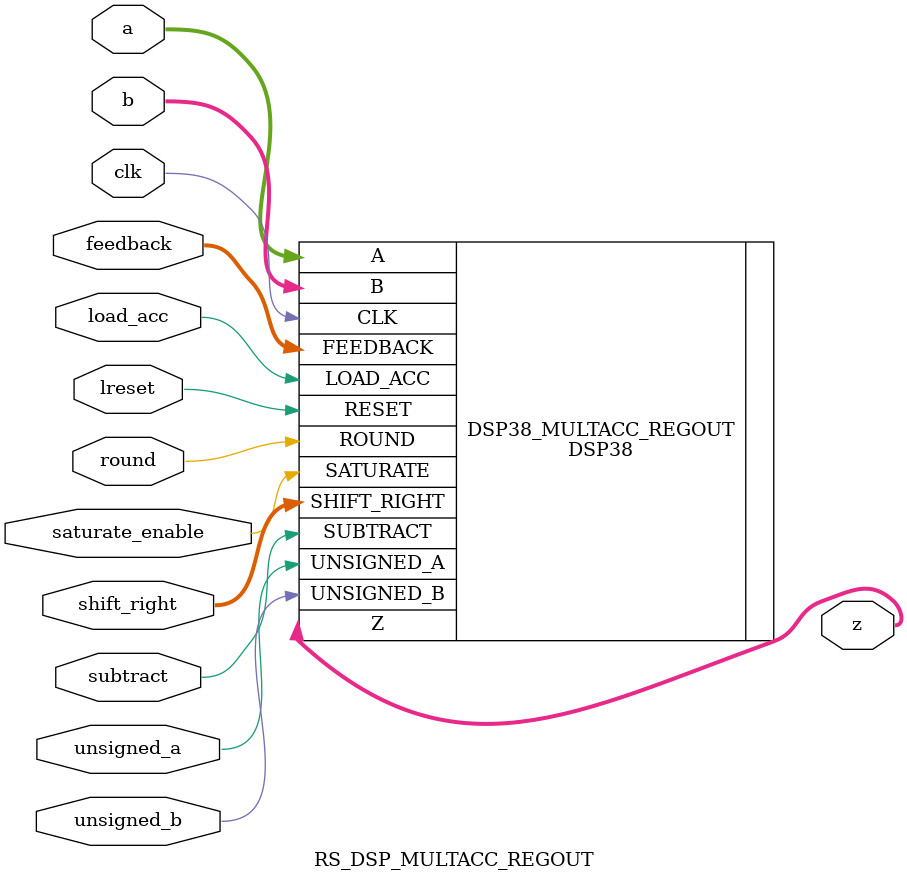
<source format=v>
module RS_DSP_MULTACC_REGOUT (
    input  wire [19:0] a,
    input  wire [17:0] b,
    output wire [37:0] z,

    (* clkbuf_sink *)
    input  wire        clk,
    input  wire        lreset,

    input  wire [ 2:0] feedback,
    input  wire        load_acc,
    input  wire        unsigned_a,
    input  wire        unsigned_b,

    input  wire        saturate_enable,
    input  wire [ 5:0] shift_right,
    input  wire        round,
    input  wire        subtract
);

DSP38 #(
    .DSP_MODE("MULTIPLY_ACCUMULATE"),
    .OUTPUT_REG_EN("TRUE"),
    .INPUT_REG_EN("FALSE")
) DSP38_MULTACC_REGOUT (
    .A(a),
    .B(b),
    .Z(z),
    .FEEDBACK(feedback),
    .UNSIGNED_A(unsigned_a),
    .UNSIGNED_B(unsigned_b),
    .CLK(clk),
    .RESET(lreset),
    .LOAD_ACC(load_acc),
    .SATURATE(saturate_enable),
    .SHIFT_RIGHT(shift_right),
    .ROUND(round),
    .SUBTRACT(subtract)
);

endmodule

</source>
